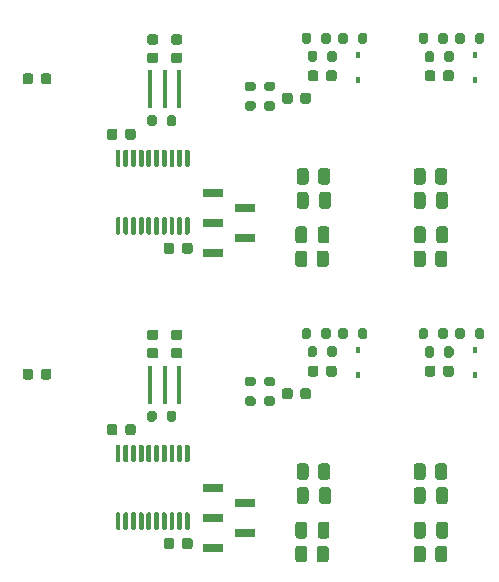
<source format=gbr>
%TF.GenerationSoftware,KiCad,Pcbnew,(5.1.10)-1*%
%TF.CreationDate,2022-01-17T18:44:23+07:00*%
%TF.ProjectId,Power_manager_v3_pnlz1x2,506f7765-725f-46d6-916e-616765725f76,rev?*%
%TF.SameCoordinates,Original*%
%TF.FileFunction,Paste,Top*%
%TF.FilePolarity,Positive*%
%FSLAX46Y46*%
G04 Gerber Fmt 4.6, Leading zero omitted, Abs format (unit mm)*
G04 Created by KiCad (PCBNEW (5.1.10)-1) date 2022-01-17 18:44:23*
%MOMM*%
%LPD*%
G01*
G04 APERTURE LIST*
%ADD10R,0.400000X3.200000*%
%ADD11R,1.800000X0.650000*%
%ADD12R,0.450000X0.600000*%
G04 APERTURE END LIST*
%TO.C,C5*%
G36*
G01*
X106408000Y-95098000D02*
X105908000Y-95098000D01*
G75*
G02*
X105683000Y-94873000I0J225000D01*
G01*
X105683000Y-94423000D01*
G75*
G02*
X105908000Y-94198000I225000J0D01*
G01*
X106408000Y-94198000D01*
G75*
G02*
X106633000Y-94423000I0J-225000D01*
G01*
X106633000Y-94873000D01*
G75*
G02*
X106408000Y-95098000I-225000J0D01*
G01*
G37*
G36*
G01*
X106408000Y-93548000D02*
X105908000Y-93548000D01*
G75*
G02*
X105683000Y-93323000I0J225000D01*
G01*
X105683000Y-92873000D01*
G75*
G02*
X105908000Y-92648000I225000J0D01*
G01*
X106408000Y-92648000D01*
G75*
G02*
X106633000Y-92873000I0J-225000D01*
G01*
X106633000Y-93323000D01*
G75*
G02*
X106408000Y-93548000I-225000J0D01*
G01*
G37*
%TD*%
%TO.C,R24*%
G36*
G01*
X105695000Y-100257000D02*
X105695000Y-99707000D01*
G75*
G02*
X105895000Y-99507000I200000J0D01*
G01*
X106295000Y-99507000D01*
G75*
G02*
X106495000Y-99707000I0J-200000D01*
G01*
X106495000Y-100257000D01*
G75*
G02*
X106295000Y-100457000I-200000J0D01*
G01*
X105895000Y-100457000D01*
G75*
G02*
X105695000Y-100257000I0J200000D01*
G01*
G37*
G36*
G01*
X107345000Y-100257000D02*
X107345000Y-99707000D01*
G75*
G02*
X107545000Y-99507000I200000J0D01*
G01*
X107945000Y-99507000D01*
G75*
G02*
X108145000Y-99707000I0J-200000D01*
G01*
X108145000Y-100257000D01*
G75*
G02*
X107945000Y-100457000I-200000J0D01*
G01*
X107545000Y-100457000D01*
G75*
G02*
X107345000Y-100257000I0J200000D01*
G01*
G37*
%TD*%
%TO.C,U5*%
G36*
G01*
X108987000Y-102409500D02*
X109187000Y-102409500D01*
G75*
G02*
X109287000Y-102509500I0J-100000D01*
G01*
X109287000Y-103784500D01*
G75*
G02*
X109187000Y-103884500I-100000J0D01*
G01*
X108987000Y-103884500D01*
G75*
G02*
X108887000Y-103784500I0J100000D01*
G01*
X108887000Y-102509500D01*
G75*
G02*
X108987000Y-102409500I100000J0D01*
G01*
G37*
G36*
G01*
X108337000Y-102409500D02*
X108537000Y-102409500D01*
G75*
G02*
X108637000Y-102509500I0J-100000D01*
G01*
X108637000Y-103784500D01*
G75*
G02*
X108537000Y-103884500I-100000J0D01*
G01*
X108337000Y-103884500D01*
G75*
G02*
X108237000Y-103784500I0J100000D01*
G01*
X108237000Y-102509500D01*
G75*
G02*
X108337000Y-102409500I100000J0D01*
G01*
G37*
G36*
G01*
X107687000Y-102409500D02*
X107887000Y-102409500D01*
G75*
G02*
X107987000Y-102509500I0J-100000D01*
G01*
X107987000Y-103784500D01*
G75*
G02*
X107887000Y-103884500I-100000J0D01*
G01*
X107687000Y-103884500D01*
G75*
G02*
X107587000Y-103784500I0J100000D01*
G01*
X107587000Y-102509500D01*
G75*
G02*
X107687000Y-102409500I100000J0D01*
G01*
G37*
G36*
G01*
X107037000Y-102409500D02*
X107237000Y-102409500D01*
G75*
G02*
X107337000Y-102509500I0J-100000D01*
G01*
X107337000Y-103784500D01*
G75*
G02*
X107237000Y-103884500I-100000J0D01*
G01*
X107037000Y-103884500D01*
G75*
G02*
X106937000Y-103784500I0J100000D01*
G01*
X106937000Y-102509500D01*
G75*
G02*
X107037000Y-102409500I100000J0D01*
G01*
G37*
G36*
G01*
X106387000Y-102409500D02*
X106587000Y-102409500D01*
G75*
G02*
X106687000Y-102509500I0J-100000D01*
G01*
X106687000Y-103784500D01*
G75*
G02*
X106587000Y-103884500I-100000J0D01*
G01*
X106387000Y-103884500D01*
G75*
G02*
X106287000Y-103784500I0J100000D01*
G01*
X106287000Y-102509500D01*
G75*
G02*
X106387000Y-102409500I100000J0D01*
G01*
G37*
G36*
G01*
X105737000Y-102409500D02*
X105937000Y-102409500D01*
G75*
G02*
X106037000Y-102509500I0J-100000D01*
G01*
X106037000Y-103784500D01*
G75*
G02*
X105937000Y-103884500I-100000J0D01*
G01*
X105737000Y-103884500D01*
G75*
G02*
X105637000Y-103784500I0J100000D01*
G01*
X105637000Y-102509500D01*
G75*
G02*
X105737000Y-102409500I100000J0D01*
G01*
G37*
G36*
G01*
X105087000Y-102409500D02*
X105287000Y-102409500D01*
G75*
G02*
X105387000Y-102509500I0J-100000D01*
G01*
X105387000Y-103784500D01*
G75*
G02*
X105287000Y-103884500I-100000J0D01*
G01*
X105087000Y-103884500D01*
G75*
G02*
X104987000Y-103784500I0J100000D01*
G01*
X104987000Y-102509500D01*
G75*
G02*
X105087000Y-102409500I100000J0D01*
G01*
G37*
G36*
G01*
X104437000Y-102409500D02*
X104637000Y-102409500D01*
G75*
G02*
X104737000Y-102509500I0J-100000D01*
G01*
X104737000Y-103784500D01*
G75*
G02*
X104637000Y-103884500I-100000J0D01*
G01*
X104437000Y-103884500D01*
G75*
G02*
X104337000Y-103784500I0J100000D01*
G01*
X104337000Y-102509500D01*
G75*
G02*
X104437000Y-102409500I100000J0D01*
G01*
G37*
G36*
G01*
X103787000Y-102409500D02*
X103987000Y-102409500D01*
G75*
G02*
X104087000Y-102509500I0J-100000D01*
G01*
X104087000Y-103784500D01*
G75*
G02*
X103987000Y-103884500I-100000J0D01*
G01*
X103787000Y-103884500D01*
G75*
G02*
X103687000Y-103784500I0J100000D01*
G01*
X103687000Y-102509500D01*
G75*
G02*
X103787000Y-102409500I100000J0D01*
G01*
G37*
G36*
G01*
X103137000Y-102409500D02*
X103337000Y-102409500D01*
G75*
G02*
X103437000Y-102509500I0J-100000D01*
G01*
X103437000Y-103784500D01*
G75*
G02*
X103337000Y-103884500I-100000J0D01*
G01*
X103137000Y-103884500D01*
G75*
G02*
X103037000Y-103784500I0J100000D01*
G01*
X103037000Y-102509500D01*
G75*
G02*
X103137000Y-102409500I100000J0D01*
G01*
G37*
G36*
G01*
X103137000Y-108134500D02*
X103337000Y-108134500D01*
G75*
G02*
X103437000Y-108234500I0J-100000D01*
G01*
X103437000Y-109509500D01*
G75*
G02*
X103337000Y-109609500I-100000J0D01*
G01*
X103137000Y-109609500D01*
G75*
G02*
X103037000Y-109509500I0J100000D01*
G01*
X103037000Y-108234500D01*
G75*
G02*
X103137000Y-108134500I100000J0D01*
G01*
G37*
G36*
G01*
X103787000Y-108134500D02*
X103987000Y-108134500D01*
G75*
G02*
X104087000Y-108234500I0J-100000D01*
G01*
X104087000Y-109509500D01*
G75*
G02*
X103987000Y-109609500I-100000J0D01*
G01*
X103787000Y-109609500D01*
G75*
G02*
X103687000Y-109509500I0J100000D01*
G01*
X103687000Y-108234500D01*
G75*
G02*
X103787000Y-108134500I100000J0D01*
G01*
G37*
G36*
G01*
X104437000Y-108134500D02*
X104637000Y-108134500D01*
G75*
G02*
X104737000Y-108234500I0J-100000D01*
G01*
X104737000Y-109509500D01*
G75*
G02*
X104637000Y-109609500I-100000J0D01*
G01*
X104437000Y-109609500D01*
G75*
G02*
X104337000Y-109509500I0J100000D01*
G01*
X104337000Y-108234500D01*
G75*
G02*
X104437000Y-108134500I100000J0D01*
G01*
G37*
G36*
G01*
X105087000Y-108134500D02*
X105287000Y-108134500D01*
G75*
G02*
X105387000Y-108234500I0J-100000D01*
G01*
X105387000Y-109509500D01*
G75*
G02*
X105287000Y-109609500I-100000J0D01*
G01*
X105087000Y-109609500D01*
G75*
G02*
X104987000Y-109509500I0J100000D01*
G01*
X104987000Y-108234500D01*
G75*
G02*
X105087000Y-108134500I100000J0D01*
G01*
G37*
G36*
G01*
X105737000Y-108134500D02*
X105937000Y-108134500D01*
G75*
G02*
X106037000Y-108234500I0J-100000D01*
G01*
X106037000Y-109509500D01*
G75*
G02*
X105937000Y-109609500I-100000J0D01*
G01*
X105737000Y-109609500D01*
G75*
G02*
X105637000Y-109509500I0J100000D01*
G01*
X105637000Y-108234500D01*
G75*
G02*
X105737000Y-108134500I100000J0D01*
G01*
G37*
G36*
G01*
X106387000Y-108134500D02*
X106587000Y-108134500D01*
G75*
G02*
X106687000Y-108234500I0J-100000D01*
G01*
X106687000Y-109509500D01*
G75*
G02*
X106587000Y-109609500I-100000J0D01*
G01*
X106387000Y-109609500D01*
G75*
G02*
X106287000Y-109509500I0J100000D01*
G01*
X106287000Y-108234500D01*
G75*
G02*
X106387000Y-108134500I100000J0D01*
G01*
G37*
G36*
G01*
X107037000Y-108134500D02*
X107237000Y-108134500D01*
G75*
G02*
X107337000Y-108234500I0J-100000D01*
G01*
X107337000Y-109509500D01*
G75*
G02*
X107237000Y-109609500I-100000J0D01*
G01*
X107037000Y-109609500D01*
G75*
G02*
X106937000Y-109509500I0J100000D01*
G01*
X106937000Y-108234500D01*
G75*
G02*
X107037000Y-108134500I100000J0D01*
G01*
G37*
G36*
G01*
X107687000Y-108134500D02*
X107887000Y-108134500D01*
G75*
G02*
X107987000Y-108234500I0J-100000D01*
G01*
X107987000Y-109509500D01*
G75*
G02*
X107887000Y-109609500I-100000J0D01*
G01*
X107687000Y-109609500D01*
G75*
G02*
X107587000Y-109509500I0J100000D01*
G01*
X107587000Y-108234500D01*
G75*
G02*
X107687000Y-108134500I100000J0D01*
G01*
G37*
G36*
G01*
X108337000Y-108134500D02*
X108537000Y-108134500D01*
G75*
G02*
X108637000Y-108234500I0J-100000D01*
G01*
X108637000Y-109509500D01*
G75*
G02*
X108537000Y-109609500I-100000J0D01*
G01*
X108337000Y-109609500D01*
G75*
G02*
X108237000Y-109509500I0J100000D01*
G01*
X108237000Y-108234500D01*
G75*
G02*
X108337000Y-108134500I100000J0D01*
G01*
G37*
G36*
G01*
X108987000Y-108134500D02*
X109187000Y-108134500D01*
G75*
G02*
X109287000Y-108234500I0J-100000D01*
G01*
X109287000Y-109509500D01*
G75*
G02*
X109187000Y-109609500I-100000J0D01*
G01*
X108987000Y-109609500D01*
G75*
G02*
X108887000Y-109509500I0J100000D01*
G01*
X108887000Y-108234500D01*
G75*
G02*
X108987000Y-108134500I100000J0D01*
G01*
G37*
%TD*%
D10*
%TO.C,Y1*%
X108374000Y-97315000D03*
X107174000Y-97315000D03*
X105974000Y-97315000D03*
%TD*%
%TO.C,C7*%
G36*
G01*
X117112000Y-98327000D02*
X117112000Y-97827000D01*
G75*
G02*
X117337000Y-97602000I225000J0D01*
G01*
X117787000Y-97602000D01*
G75*
G02*
X118012000Y-97827000I0J-225000D01*
G01*
X118012000Y-98327000D01*
G75*
G02*
X117787000Y-98552000I-225000J0D01*
G01*
X117337000Y-98552000D01*
G75*
G02*
X117112000Y-98327000I0J225000D01*
G01*
G37*
G36*
G01*
X118662000Y-98327000D02*
X118662000Y-97827000D01*
G75*
G02*
X118887000Y-97602000I225000J0D01*
G01*
X119337000Y-97602000D01*
G75*
G02*
X119562000Y-97827000I0J-225000D01*
G01*
X119562000Y-98327000D01*
G75*
G02*
X119337000Y-98552000I-225000J0D01*
G01*
X118887000Y-98552000D01*
G75*
G02*
X118662000Y-98327000I0J225000D01*
G01*
G37*
%TD*%
%TO.C,C15*%
G36*
G01*
X107092000Y-111027000D02*
X107092000Y-110527000D01*
G75*
G02*
X107317000Y-110302000I225000J0D01*
G01*
X107767000Y-110302000D01*
G75*
G02*
X107992000Y-110527000I0J-225000D01*
G01*
X107992000Y-111027000D01*
G75*
G02*
X107767000Y-111252000I-225000J0D01*
G01*
X107317000Y-111252000D01*
G75*
G02*
X107092000Y-111027000I0J225000D01*
G01*
G37*
G36*
G01*
X108642000Y-111027000D02*
X108642000Y-110527000D01*
G75*
G02*
X108867000Y-110302000I225000J0D01*
G01*
X109317000Y-110302000D01*
G75*
G02*
X109542000Y-110527000I0J-225000D01*
G01*
X109542000Y-111027000D01*
G75*
G02*
X109317000Y-111252000I-225000J0D01*
G01*
X108867000Y-111252000D01*
G75*
G02*
X108642000Y-111027000I0J225000D01*
G01*
G37*
%TD*%
%TO.C,R23*%
G36*
G01*
X114138000Y-96661000D02*
X114688000Y-96661000D01*
G75*
G02*
X114888000Y-96861000I0J-200000D01*
G01*
X114888000Y-97261000D01*
G75*
G02*
X114688000Y-97461000I-200000J0D01*
G01*
X114138000Y-97461000D01*
G75*
G02*
X113938000Y-97261000I0J200000D01*
G01*
X113938000Y-96861000D01*
G75*
G02*
X114138000Y-96661000I200000J0D01*
G01*
G37*
G36*
G01*
X114138000Y-98311000D02*
X114688000Y-98311000D01*
G75*
G02*
X114888000Y-98511000I0J-200000D01*
G01*
X114888000Y-98911000D01*
G75*
G02*
X114688000Y-99111000I-200000J0D01*
G01*
X114138000Y-99111000D01*
G75*
G02*
X113938000Y-98911000I0J200000D01*
G01*
X113938000Y-98511000D01*
G75*
G02*
X114138000Y-98311000I200000J0D01*
G01*
G37*
%TD*%
%TO.C,R25*%
G36*
G01*
X116339000Y-99112000D02*
X115789000Y-99112000D01*
G75*
G02*
X115589000Y-98912000I0J200000D01*
G01*
X115589000Y-98512000D01*
G75*
G02*
X115789000Y-98312000I200000J0D01*
G01*
X116339000Y-98312000D01*
G75*
G02*
X116539000Y-98512000I0J-200000D01*
G01*
X116539000Y-98912000D01*
G75*
G02*
X116339000Y-99112000I-200000J0D01*
G01*
G37*
G36*
G01*
X116339000Y-97462000D02*
X115789000Y-97462000D01*
G75*
G02*
X115589000Y-97262000I0J200000D01*
G01*
X115589000Y-96862000D01*
G75*
G02*
X115789000Y-96662000I200000J0D01*
G01*
X116339000Y-96662000D01*
G75*
G02*
X116539000Y-96862000I0J-200000D01*
G01*
X116539000Y-97262000D01*
G75*
G02*
X116339000Y-97462000I-200000J0D01*
G01*
G37*
%TD*%
%TO.C,C17*%
G36*
G01*
X102279000Y-101375000D02*
X102279000Y-100875000D01*
G75*
G02*
X102504000Y-100650000I225000J0D01*
G01*
X102954000Y-100650000D01*
G75*
G02*
X103179000Y-100875000I0J-225000D01*
G01*
X103179000Y-101375000D01*
G75*
G02*
X102954000Y-101600000I-225000J0D01*
G01*
X102504000Y-101600000D01*
G75*
G02*
X102279000Y-101375000I0J225000D01*
G01*
G37*
G36*
G01*
X103829000Y-101375000D02*
X103829000Y-100875000D01*
G75*
G02*
X104054000Y-100650000I225000J0D01*
G01*
X104504000Y-100650000D01*
G75*
G02*
X104729000Y-100875000I0J-225000D01*
G01*
X104729000Y-101375000D01*
G75*
G02*
X104504000Y-101600000I-225000J0D01*
G01*
X104054000Y-101600000D01*
G75*
G02*
X103829000Y-101375000I0J225000D01*
G01*
G37*
%TD*%
D11*
%TO.C,J5*%
X113938000Y-109888000D03*
X113938000Y-107348000D03*
X111238000Y-111158000D03*
X111238000Y-108618000D03*
X111238000Y-106078000D03*
%TD*%
%TO.C,C3*%
G36*
G01*
X97591000Y-96176000D02*
X97591000Y-96676000D01*
G75*
G02*
X97366000Y-96901000I-225000J0D01*
G01*
X96916000Y-96901000D01*
G75*
G02*
X96691000Y-96676000I0J225000D01*
G01*
X96691000Y-96176000D01*
G75*
G02*
X96916000Y-95951000I225000J0D01*
G01*
X97366000Y-95951000D01*
G75*
G02*
X97591000Y-96176000I0J-225000D01*
G01*
G37*
G36*
G01*
X96041000Y-96176000D02*
X96041000Y-96676000D01*
G75*
G02*
X95816000Y-96901000I-225000J0D01*
G01*
X95366000Y-96901000D01*
G75*
G02*
X95141000Y-96676000I0J225000D01*
G01*
X95141000Y-96176000D01*
G75*
G02*
X95366000Y-95951000I225000J0D01*
G01*
X95816000Y-95951000D01*
G75*
G02*
X96041000Y-96176000I0J-225000D01*
G01*
G37*
%TD*%
%TO.C,C1*%
G36*
G01*
X119297000Y-96422000D02*
X119297000Y-95922000D01*
G75*
G02*
X119522000Y-95697000I225000J0D01*
G01*
X119972000Y-95697000D01*
G75*
G02*
X120197000Y-95922000I0J-225000D01*
G01*
X120197000Y-96422000D01*
G75*
G02*
X119972000Y-96647000I-225000J0D01*
G01*
X119522000Y-96647000D01*
G75*
G02*
X119297000Y-96422000I0J225000D01*
G01*
G37*
G36*
G01*
X120847000Y-96422000D02*
X120847000Y-95922000D01*
G75*
G02*
X121072000Y-95697000I225000J0D01*
G01*
X121522000Y-95697000D01*
G75*
G02*
X121747000Y-95922000I0J-225000D01*
G01*
X121747000Y-96422000D01*
G75*
G02*
X121522000Y-96647000I-225000J0D01*
G01*
X121072000Y-96647000D01*
G75*
G02*
X120847000Y-96422000I0J225000D01*
G01*
G37*
%TD*%
%TO.C,C2*%
G36*
G01*
X129203000Y-96422000D02*
X129203000Y-95922000D01*
G75*
G02*
X129428000Y-95697000I225000J0D01*
G01*
X129878000Y-95697000D01*
G75*
G02*
X130103000Y-95922000I0J-225000D01*
G01*
X130103000Y-96422000D01*
G75*
G02*
X129878000Y-96647000I-225000J0D01*
G01*
X129428000Y-96647000D01*
G75*
G02*
X129203000Y-96422000I0J225000D01*
G01*
G37*
G36*
G01*
X130753000Y-96422000D02*
X130753000Y-95922000D01*
G75*
G02*
X130978000Y-95697000I225000J0D01*
G01*
X131428000Y-95697000D01*
G75*
G02*
X131653000Y-95922000I0J-225000D01*
G01*
X131653000Y-96422000D01*
G75*
G02*
X131428000Y-96647000I-225000J0D01*
G01*
X130978000Y-96647000D01*
G75*
G02*
X130753000Y-96422000I0J225000D01*
G01*
G37*
%TD*%
D12*
%TO.C,D3*%
X123557000Y-96494000D03*
X123557000Y-94394000D03*
%TD*%
%TO.C,D4*%
X133463000Y-96494000D03*
X133463000Y-94394000D03*
%TD*%
%TO.C,R1*%
G36*
G01*
X121225500Y-92722000D02*
X121225500Y-93272000D01*
G75*
G02*
X121025500Y-93472000I-200000J0D01*
G01*
X120625500Y-93472000D01*
G75*
G02*
X120425500Y-93272000I0J200000D01*
G01*
X120425500Y-92722000D01*
G75*
G02*
X120625500Y-92522000I200000J0D01*
G01*
X121025500Y-92522000D01*
G75*
G02*
X121225500Y-92722000I0J-200000D01*
G01*
G37*
G36*
G01*
X119575500Y-92722000D02*
X119575500Y-93272000D01*
G75*
G02*
X119375500Y-93472000I-200000J0D01*
G01*
X118975500Y-93472000D01*
G75*
G02*
X118775500Y-93272000I0J200000D01*
G01*
X118775500Y-92722000D01*
G75*
G02*
X118975500Y-92522000I200000J0D01*
G01*
X119375500Y-92522000D01*
G75*
G02*
X119575500Y-92722000I0J-200000D01*
G01*
G37*
%TD*%
%TO.C,R2*%
G36*
G01*
X131131500Y-92722000D02*
X131131500Y-93272000D01*
G75*
G02*
X130931500Y-93472000I-200000J0D01*
G01*
X130531500Y-93472000D01*
G75*
G02*
X130331500Y-93272000I0J200000D01*
G01*
X130331500Y-92722000D01*
G75*
G02*
X130531500Y-92522000I200000J0D01*
G01*
X130931500Y-92522000D01*
G75*
G02*
X131131500Y-92722000I0J-200000D01*
G01*
G37*
G36*
G01*
X129481500Y-92722000D02*
X129481500Y-93272000D01*
G75*
G02*
X129281500Y-93472000I-200000J0D01*
G01*
X128881500Y-93472000D01*
G75*
G02*
X128681500Y-93272000I0J200000D01*
G01*
X128681500Y-92722000D01*
G75*
G02*
X128881500Y-92522000I200000J0D01*
G01*
X129281500Y-92522000D01*
G75*
G02*
X129481500Y-92722000I0J-200000D01*
G01*
G37*
%TD*%
%TO.C,R5*%
G36*
G01*
X121887000Y-93272000D02*
X121887000Y-92722000D01*
G75*
G02*
X122087000Y-92522000I200000J0D01*
G01*
X122487000Y-92522000D01*
G75*
G02*
X122687000Y-92722000I0J-200000D01*
G01*
X122687000Y-93272000D01*
G75*
G02*
X122487000Y-93472000I-200000J0D01*
G01*
X122087000Y-93472000D01*
G75*
G02*
X121887000Y-93272000I0J200000D01*
G01*
G37*
G36*
G01*
X123537000Y-93272000D02*
X123537000Y-92722000D01*
G75*
G02*
X123737000Y-92522000I200000J0D01*
G01*
X124137000Y-92522000D01*
G75*
G02*
X124337000Y-92722000I0J-200000D01*
G01*
X124337000Y-93272000D01*
G75*
G02*
X124137000Y-93472000I-200000J0D01*
G01*
X123737000Y-93472000D01*
G75*
G02*
X123537000Y-93272000I0J200000D01*
G01*
G37*
%TD*%
%TO.C,C4*%
G36*
G01*
X108440000Y-95098000D02*
X107940000Y-95098000D01*
G75*
G02*
X107715000Y-94873000I0J225000D01*
G01*
X107715000Y-94423000D01*
G75*
G02*
X107940000Y-94198000I225000J0D01*
G01*
X108440000Y-94198000D01*
G75*
G02*
X108665000Y-94423000I0J-225000D01*
G01*
X108665000Y-94873000D01*
G75*
G02*
X108440000Y-95098000I-225000J0D01*
G01*
G37*
G36*
G01*
X108440000Y-93548000D02*
X107940000Y-93548000D01*
G75*
G02*
X107715000Y-93323000I0J225000D01*
G01*
X107715000Y-92873000D01*
G75*
G02*
X107940000Y-92648000I225000J0D01*
G01*
X108440000Y-92648000D01*
G75*
G02*
X108665000Y-92873000I0J-225000D01*
G01*
X108665000Y-93323000D01*
G75*
G02*
X108440000Y-93548000I-225000J0D01*
G01*
G37*
%TD*%
%TO.C,R6*%
G36*
G01*
X121733500Y-94246000D02*
X121733500Y-94796000D01*
G75*
G02*
X121533500Y-94996000I-200000J0D01*
G01*
X121133500Y-94996000D01*
G75*
G02*
X120933500Y-94796000I0J200000D01*
G01*
X120933500Y-94246000D01*
G75*
G02*
X121133500Y-94046000I200000J0D01*
G01*
X121533500Y-94046000D01*
G75*
G02*
X121733500Y-94246000I0J-200000D01*
G01*
G37*
G36*
G01*
X120083500Y-94246000D02*
X120083500Y-94796000D01*
G75*
G02*
X119883500Y-94996000I-200000J0D01*
G01*
X119483500Y-94996000D01*
G75*
G02*
X119283500Y-94796000I0J200000D01*
G01*
X119283500Y-94246000D01*
G75*
G02*
X119483500Y-94046000I200000J0D01*
G01*
X119883500Y-94046000D01*
G75*
G02*
X120083500Y-94246000I0J-200000D01*
G01*
G37*
%TD*%
%TO.C,R8*%
G36*
G01*
X131793000Y-93272000D02*
X131793000Y-92722000D01*
G75*
G02*
X131993000Y-92522000I200000J0D01*
G01*
X132393000Y-92522000D01*
G75*
G02*
X132593000Y-92722000I0J-200000D01*
G01*
X132593000Y-93272000D01*
G75*
G02*
X132393000Y-93472000I-200000J0D01*
G01*
X131993000Y-93472000D01*
G75*
G02*
X131793000Y-93272000I0J200000D01*
G01*
G37*
G36*
G01*
X133443000Y-93272000D02*
X133443000Y-92722000D01*
G75*
G02*
X133643000Y-92522000I200000J0D01*
G01*
X134043000Y-92522000D01*
G75*
G02*
X134243000Y-92722000I0J-200000D01*
G01*
X134243000Y-93272000D01*
G75*
G02*
X134043000Y-93472000I-200000J0D01*
G01*
X133643000Y-93472000D01*
G75*
G02*
X133443000Y-93272000I0J200000D01*
G01*
G37*
%TD*%
%TO.C,R9*%
G36*
G01*
X131639500Y-94284100D02*
X131639500Y-94834100D01*
G75*
G02*
X131439500Y-95034100I-200000J0D01*
G01*
X131039500Y-95034100D01*
G75*
G02*
X130839500Y-94834100I0J200000D01*
G01*
X130839500Y-94284100D01*
G75*
G02*
X131039500Y-94084100I200000J0D01*
G01*
X131439500Y-94084100D01*
G75*
G02*
X131639500Y-94284100I0J-200000D01*
G01*
G37*
G36*
G01*
X129989500Y-94284100D02*
X129989500Y-94834100D01*
G75*
G02*
X129789500Y-95034100I-200000J0D01*
G01*
X129389500Y-95034100D01*
G75*
G02*
X129189500Y-94834100I0J200000D01*
G01*
X129189500Y-94284100D01*
G75*
G02*
X129389500Y-94084100I200000J0D01*
G01*
X129789500Y-94084100D01*
G75*
G02*
X129989500Y-94284100I0J-200000D01*
G01*
G37*
%TD*%
%TO.C,C9*%
G36*
G01*
X121131000Y-109159000D02*
X121131000Y-110109000D01*
G75*
G02*
X120881000Y-110359000I-250000J0D01*
G01*
X120381000Y-110359000D01*
G75*
G02*
X120131000Y-110109000I0J250000D01*
G01*
X120131000Y-109159000D01*
G75*
G02*
X120381000Y-108909000I250000J0D01*
G01*
X120881000Y-108909000D01*
G75*
G02*
X121131000Y-109159000I0J-250000D01*
G01*
G37*
G36*
G01*
X119231000Y-109159000D02*
X119231000Y-110109000D01*
G75*
G02*
X118981000Y-110359000I-250000J0D01*
G01*
X118481000Y-110359000D01*
G75*
G02*
X118231000Y-110109000I0J250000D01*
G01*
X118231000Y-109159000D01*
G75*
G02*
X118481000Y-108909000I250000J0D01*
G01*
X118981000Y-108909000D01*
G75*
G02*
X119231000Y-109159000I0J-250000D01*
G01*
G37*
%TD*%
%TO.C,C10*%
G36*
G01*
X118363000Y-107188000D02*
X118363000Y-106238000D01*
G75*
G02*
X118613000Y-105988000I250000J0D01*
G01*
X119113000Y-105988000D01*
G75*
G02*
X119363000Y-106238000I0J-250000D01*
G01*
X119363000Y-107188000D01*
G75*
G02*
X119113000Y-107438000I-250000J0D01*
G01*
X118613000Y-107438000D01*
G75*
G02*
X118363000Y-107188000I0J250000D01*
G01*
G37*
G36*
G01*
X120263000Y-107188000D02*
X120263000Y-106238000D01*
G75*
G02*
X120513000Y-105988000I250000J0D01*
G01*
X121013000Y-105988000D01*
G75*
G02*
X121263000Y-106238000I0J-250000D01*
G01*
X121263000Y-107188000D01*
G75*
G02*
X121013000Y-107438000I-250000J0D01*
G01*
X120513000Y-107438000D01*
G75*
G02*
X120263000Y-107188000I0J250000D01*
G01*
G37*
%TD*%
%TO.C,C11*%
G36*
G01*
X131169000Y-109159000D02*
X131169000Y-110109000D01*
G75*
G02*
X130919000Y-110359000I-250000J0D01*
G01*
X130419000Y-110359000D01*
G75*
G02*
X130169000Y-110109000I0J250000D01*
G01*
X130169000Y-109159000D01*
G75*
G02*
X130419000Y-108909000I250000J0D01*
G01*
X130919000Y-108909000D01*
G75*
G02*
X131169000Y-109159000I0J-250000D01*
G01*
G37*
G36*
G01*
X129269000Y-109159000D02*
X129269000Y-110109000D01*
G75*
G02*
X129019000Y-110359000I-250000J0D01*
G01*
X128519000Y-110359000D01*
G75*
G02*
X128269000Y-110109000I0J250000D01*
G01*
X128269000Y-109159000D01*
G75*
G02*
X128519000Y-108909000I250000J0D01*
G01*
X129019000Y-108909000D01*
G75*
G02*
X129269000Y-109159000I0J-250000D01*
G01*
G37*
%TD*%
%TO.C,C12*%
G36*
G01*
X128264000Y-107188000D02*
X128264000Y-106238000D01*
G75*
G02*
X128514000Y-105988000I250000J0D01*
G01*
X129014000Y-105988000D01*
G75*
G02*
X129264000Y-106238000I0J-250000D01*
G01*
X129264000Y-107188000D01*
G75*
G02*
X129014000Y-107438000I-250000J0D01*
G01*
X128514000Y-107438000D01*
G75*
G02*
X128264000Y-107188000I0J250000D01*
G01*
G37*
G36*
G01*
X130164000Y-107188000D02*
X130164000Y-106238000D01*
G75*
G02*
X130414000Y-105988000I250000J0D01*
G01*
X130914000Y-105988000D01*
G75*
G02*
X131164000Y-106238000I0J-250000D01*
G01*
X131164000Y-107188000D01*
G75*
G02*
X130914000Y-107438000I-250000J0D01*
G01*
X130414000Y-107438000D01*
G75*
G02*
X130164000Y-107188000I0J250000D01*
G01*
G37*
%TD*%
%TO.C,R21*%
G36*
G01*
X131101500Y-104230999D02*
X131101500Y-105131001D01*
G75*
G02*
X130851501Y-105381000I-249999J0D01*
G01*
X130326499Y-105381000D01*
G75*
G02*
X130076500Y-105131001I0J249999D01*
G01*
X130076500Y-104230999D01*
G75*
G02*
X130326499Y-103981000I249999J0D01*
G01*
X130851501Y-103981000D01*
G75*
G02*
X131101500Y-104230999I0J-249999D01*
G01*
G37*
G36*
G01*
X129276500Y-104230999D02*
X129276500Y-105131001D01*
G75*
G02*
X129026501Y-105381000I-249999J0D01*
G01*
X128501499Y-105381000D01*
G75*
G02*
X128251500Y-105131001I0J249999D01*
G01*
X128251500Y-104230999D01*
G75*
G02*
X128501499Y-103981000I249999J0D01*
G01*
X129026501Y-103981000D01*
G75*
G02*
X129276500Y-104230999I0J-249999D01*
G01*
G37*
%TD*%
%TO.C,R18*%
G36*
G01*
X121068500Y-111215999D02*
X121068500Y-112116001D01*
G75*
G02*
X120818501Y-112366000I-249999J0D01*
G01*
X120293499Y-112366000D01*
G75*
G02*
X120043500Y-112116001I0J249999D01*
G01*
X120043500Y-111215999D01*
G75*
G02*
X120293499Y-110966000I249999J0D01*
G01*
X120818501Y-110966000D01*
G75*
G02*
X121068500Y-111215999I0J-249999D01*
G01*
G37*
G36*
G01*
X119243500Y-111215999D02*
X119243500Y-112116001D01*
G75*
G02*
X118993501Y-112366000I-249999J0D01*
G01*
X118468499Y-112366000D01*
G75*
G02*
X118218500Y-112116001I0J249999D01*
G01*
X118218500Y-111215999D01*
G75*
G02*
X118468499Y-110966000I249999J0D01*
G01*
X118993501Y-110966000D01*
G75*
G02*
X119243500Y-111215999I0J-249999D01*
G01*
G37*
%TD*%
%TO.C,R19*%
G36*
G01*
X121195500Y-104230999D02*
X121195500Y-105131001D01*
G75*
G02*
X120945501Y-105381000I-249999J0D01*
G01*
X120420499Y-105381000D01*
G75*
G02*
X120170500Y-105131001I0J249999D01*
G01*
X120170500Y-104230999D01*
G75*
G02*
X120420499Y-103981000I249999J0D01*
G01*
X120945501Y-103981000D01*
G75*
G02*
X121195500Y-104230999I0J-249999D01*
G01*
G37*
G36*
G01*
X119370500Y-104230999D02*
X119370500Y-105131001D01*
G75*
G02*
X119120501Y-105381000I-249999J0D01*
G01*
X118595499Y-105381000D01*
G75*
G02*
X118345500Y-105131001I0J249999D01*
G01*
X118345500Y-104230999D01*
G75*
G02*
X118595499Y-103981000I249999J0D01*
G01*
X119120501Y-103981000D01*
G75*
G02*
X119370500Y-104230999I0J-249999D01*
G01*
G37*
%TD*%
%TO.C,R20*%
G36*
G01*
X129276500Y-111215999D02*
X129276500Y-112116001D01*
G75*
G02*
X129026501Y-112366000I-249999J0D01*
G01*
X128501499Y-112366000D01*
G75*
G02*
X128251500Y-112116001I0J249999D01*
G01*
X128251500Y-111215999D01*
G75*
G02*
X128501499Y-110966000I249999J0D01*
G01*
X129026501Y-110966000D01*
G75*
G02*
X129276500Y-111215999I0J-249999D01*
G01*
G37*
G36*
G01*
X131101500Y-111215999D02*
X131101500Y-112116001D01*
G75*
G02*
X130851501Y-112366000I-249999J0D01*
G01*
X130326499Y-112366000D01*
G75*
G02*
X130076500Y-112116001I0J249999D01*
G01*
X130076500Y-111215999D01*
G75*
G02*
X130326499Y-110966000I249999J0D01*
G01*
X130851501Y-110966000D01*
G75*
G02*
X131101500Y-111215999I0J-249999D01*
G01*
G37*
%TD*%
D11*
%TO.C,J5*%
X111238000Y-81078000D03*
X111238000Y-83618000D03*
X111238000Y-86158000D03*
X113938000Y-82348000D03*
X113938000Y-84888000D03*
%TD*%
%TO.C,C17*%
G36*
G01*
X103829000Y-76375000D02*
X103829000Y-75875000D01*
G75*
G02*
X104054000Y-75650000I225000J0D01*
G01*
X104504000Y-75650000D01*
G75*
G02*
X104729000Y-75875000I0J-225000D01*
G01*
X104729000Y-76375000D01*
G75*
G02*
X104504000Y-76600000I-225000J0D01*
G01*
X104054000Y-76600000D01*
G75*
G02*
X103829000Y-76375000I0J225000D01*
G01*
G37*
G36*
G01*
X102279000Y-76375000D02*
X102279000Y-75875000D01*
G75*
G02*
X102504000Y-75650000I225000J0D01*
G01*
X102954000Y-75650000D01*
G75*
G02*
X103179000Y-75875000I0J-225000D01*
G01*
X103179000Y-76375000D01*
G75*
G02*
X102954000Y-76600000I-225000J0D01*
G01*
X102504000Y-76600000D01*
G75*
G02*
X102279000Y-76375000I0J225000D01*
G01*
G37*
%TD*%
%TO.C,R25*%
G36*
G01*
X116339000Y-72462000D02*
X115789000Y-72462000D01*
G75*
G02*
X115589000Y-72262000I0J200000D01*
G01*
X115589000Y-71862000D01*
G75*
G02*
X115789000Y-71662000I200000J0D01*
G01*
X116339000Y-71662000D01*
G75*
G02*
X116539000Y-71862000I0J-200000D01*
G01*
X116539000Y-72262000D01*
G75*
G02*
X116339000Y-72462000I-200000J0D01*
G01*
G37*
G36*
G01*
X116339000Y-74112000D02*
X115789000Y-74112000D01*
G75*
G02*
X115589000Y-73912000I0J200000D01*
G01*
X115589000Y-73512000D01*
G75*
G02*
X115789000Y-73312000I200000J0D01*
G01*
X116339000Y-73312000D01*
G75*
G02*
X116539000Y-73512000I0J-200000D01*
G01*
X116539000Y-73912000D01*
G75*
G02*
X116339000Y-74112000I-200000J0D01*
G01*
G37*
%TD*%
%TO.C,R23*%
G36*
G01*
X114138000Y-73311000D02*
X114688000Y-73311000D01*
G75*
G02*
X114888000Y-73511000I0J-200000D01*
G01*
X114888000Y-73911000D01*
G75*
G02*
X114688000Y-74111000I-200000J0D01*
G01*
X114138000Y-74111000D01*
G75*
G02*
X113938000Y-73911000I0J200000D01*
G01*
X113938000Y-73511000D01*
G75*
G02*
X114138000Y-73311000I200000J0D01*
G01*
G37*
G36*
G01*
X114138000Y-71661000D02*
X114688000Y-71661000D01*
G75*
G02*
X114888000Y-71861000I0J-200000D01*
G01*
X114888000Y-72261000D01*
G75*
G02*
X114688000Y-72461000I-200000J0D01*
G01*
X114138000Y-72461000D01*
G75*
G02*
X113938000Y-72261000I0J200000D01*
G01*
X113938000Y-71861000D01*
G75*
G02*
X114138000Y-71661000I200000J0D01*
G01*
G37*
%TD*%
%TO.C,C15*%
G36*
G01*
X108642000Y-86027000D02*
X108642000Y-85527000D01*
G75*
G02*
X108867000Y-85302000I225000J0D01*
G01*
X109317000Y-85302000D01*
G75*
G02*
X109542000Y-85527000I0J-225000D01*
G01*
X109542000Y-86027000D01*
G75*
G02*
X109317000Y-86252000I-225000J0D01*
G01*
X108867000Y-86252000D01*
G75*
G02*
X108642000Y-86027000I0J225000D01*
G01*
G37*
G36*
G01*
X107092000Y-86027000D02*
X107092000Y-85527000D01*
G75*
G02*
X107317000Y-85302000I225000J0D01*
G01*
X107767000Y-85302000D01*
G75*
G02*
X107992000Y-85527000I0J-225000D01*
G01*
X107992000Y-86027000D01*
G75*
G02*
X107767000Y-86252000I-225000J0D01*
G01*
X107317000Y-86252000D01*
G75*
G02*
X107092000Y-86027000I0J225000D01*
G01*
G37*
%TD*%
%TO.C,C7*%
G36*
G01*
X118662000Y-73327000D02*
X118662000Y-72827000D01*
G75*
G02*
X118887000Y-72602000I225000J0D01*
G01*
X119337000Y-72602000D01*
G75*
G02*
X119562000Y-72827000I0J-225000D01*
G01*
X119562000Y-73327000D01*
G75*
G02*
X119337000Y-73552000I-225000J0D01*
G01*
X118887000Y-73552000D01*
G75*
G02*
X118662000Y-73327000I0J225000D01*
G01*
G37*
G36*
G01*
X117112000Y-73327000D02*
X117112000Y-72827000D01*
G75*
G02*
X117337000Y-72602000I225000J0D01*
G01*
X117787000Y-72602000D01*
G75*
G02*
X118012000Y-72827000I0J-225000D01*
G01*
X118012000Y-73327000D01*
G75*
G02*
X117787000Y-73552000I-225000J0D01*
G01*
X117337000Y-73552000D01*
G75*
G02*
X117112000Y-73327000I0J225000D01*
G01*
G37*
%TD*%
D10*
%TO.C,Y1*%
X105974000Y-72315000D03*
X107174000Y-72315000D03*
X108374000Y-72315000D03*
%TD*%
%TO.C,U5*%
G36*
G01*
X108987000Y-83134500D02*
X109187000Y-83134500D01*
G75*
G02*
X109287000Y-83234500I0J-100000D01*
G01*
X109287000Y-84509500D01*
G75*
G02*
X109187000Y-84609500I-100000J0D01*
G01*
X108987000Y-84609500D01*
G75*
G02*
X108887000Y-84509500I0J100000D01*
G01*
X108887000Y-83234500D01*
G75*
G02*
X108987000Y-83134500I100000J0D01*
G01*
G37*
G36*
G01*
X108337000Y-83134500D02*
X108537000Y-83134500D01*
G75*
G02*
X108637000Y-83234500I0J-100000D01*
G01*
X108637000Y-84509500D01*
G75*
G02*
X108537000Y-84609500I-100000J0D01*
G01*
X108337000Y-84609500D01*
G75*
G02*
X108237000Y-84509500I0J100000D01*
G01*
X108237000Y-83234500D01*
G75*
G02*
X108337000Y-83134500I100000J0D01*
G01*
G37*
G36*
G01*
X107687000Y-83134500D02*
X107887000Y-83134500D01*
G75*
G02*
X107987000Y-83234500I0J-100000D01*
G01*
X107987000Y-84509500D01*
G75*
G02*
X107887000Y-84609500I-100000J0D01*
G01*
X107687000Y-84609500D01*
G75*
G02*
X107587000Y-84509500I0J100000D01*
G01*
X107587000Y-83234500D01*
G75*
G02*
X107687000Y-83134500I100000J0D01*
G01*
G37*
G36*
G01*
X107037000Y-83134500D02*
X107237000Y-83134500D01*
G75*
G02*
X107337000Y-83234500I0J-100000D01*
G01*
X107337000Y-84509500D01*
G75*
G02*
X107237000Y-84609500I-100000J0D01*
G01*
X107037000Y-84609500D01*
G75*
G02*
X106937000Y-84509500I0J100000D01*
G01*
X106937000Y-83234500D01*
G75*
G02*
X107037000Y-83134500I100000J0D01*
G01*
G37*
G36*
G01*
X106387000Y-83134500D02*
X106587000Y-83134500D01*
G75*
G02*
X106687000Y-83234500I0J-100000D01*
G01*
X106687000Y-84509500D01*
G75*
G02*
X106587000Y-84609500I-100000J0D01*
G01*
X106387000Y-84609500D01*
G75*
G02*
X106287000Y-84509500I0J100000D01*
G01*
X106287000Y-83234500D01*
G75*
G02*
X106387000Y-83134500I100000J0D01*
G01*
G37*
G36*
G01*
X105737000Y-83134500D02*
X105937000Y-83134500D01*
G75*
G02*
X106037000Y-83234500I0J-100000D01*
G01*
X106037000Y-84509500D01*
G75*
G02*
X105937000Y-84609500I-100000J0D01*
G01*
X105737000Y-84609500D01*
G75*
G02*
X105637000Y-84509500I0J100000D01*
G01*
X105637000Y-83234500D01*
G75*
G02*
X105737000Y-83134500I100000J0D01*
G01*
G37*
G36*
G01*
X105087000Y-83134500D02*
X105287000Y-83134500D01*
G75*
G02*
X105387000Y-83234500I0J-100000D01*
G01*
X105387000Y-84509500D01*
G75*
G02*
X105287000Y-84609500I-100000J0D01*
G01*
X105087000Y-84609500D01*
G75*
G02*
X104987000Y-84509500I0J100000D01*
G01*
X104987000Y-83234500D01*
G75*
G02*
X105087000Y-83134500I100000J0D01*
G01*
G37*
G36*
G01*
X104437000Y-83134500D02*
X104637000Y-83134500D01*
G75*
G02*
X104737000Y-83234500I0J-100000D01*
G01*
X104737000Y-84509500D01*
G75*
G02*
X104637000Y-84609500I-100000J0D01*
G01*
X104437000Y-84609500D01*
G75*
G02*
X104337000Y-84509500I0J100000D01*
G01*
X104337000Y-83234500D01*
G75*
G02*
X104437000Y-83134500I100000J0D01*
G01*
G37*
G36*
G01*
X103787000Y-83134500D02*
X103987000Y-83134500D01*
G75*
G02*
X104087000Y-83234500I0J-100000D01*
G01*
X104087000Y-84509500D01*
G75*
G02*
X103987000Y-84609500I-100000J0D01*
G01*
X103787000Y-84609500D01*
G75*
G02*
X103687000Y-84509500I0J100000D01*
G01*
X103687000Y-83234500D01*
G75*
G02*
X103787000Y-83134500I100000J0D01*
G01*
G37*
G36*
G01*
X103137000Y-83134500D02*
X103337000Y-83134500D01*
G75*
G02*
X103437000Y-83234500I0J-100000D01*
G01*
X103437000Y-84509500D01*
G75*
G02*
X103337000Y-84609500I-100000J0D01*
G01*
X103137000Y-84609500D01*
G75*
G02*
X103037000Y-84509500I0J100000D01*
G01*
X103037000Y-83234500D01*
G75*
G02*
X103137000Y-83134500I100000J0D01*
G01*
G37*
G36*
G01*
X103137000Y-77409500D02*
X103337000Y-77409500D01*
G75*
G02*
X103437000Y-77509500I0J-100000D01*
G01*
X103437000Y-78784500D01*
G75*
G02*
X103337000Y-78884500I-100000J0D01*
G01*
X103137000Y-78884500D01*
G75*
G02*
X103037000Y-78784500I0J100000D01*
G01*
X103037000Y-77509500D01*
G75*
G02*
X103137000Y-77409500I100000J0D01*
G01*
G37*
G36*
G01*
X103787000Y-77409500D02*
X103987000Y-77409500D01*
G75*
G02*
X104087000Y-77509500I0J-100000D01*
G01*
X104087000Y-78784500D01*
G75*
G02*
X103987000Y-78884500I-100000J0D01*
G01*
X103787000Y-78884500D01*
G75*
G02*
X103687000Y-78784500I0J100000D01*
G01*
X103687000Y-77509500D01*
G75*
G02*
X103787000Y-77409500I100000J0D01*
G01*
G37*
G36*
G01*
X104437000Y-77409500D02*
X104637000Y-77409500D01*
G75*
G02*
X104737000Y-77509500I0J-100000D01*
G01*
X104737000Y-78784500D01*
G75*
G02*
X104637000Y-78884500I-100000J0D01*
G01*
X104437000Y-78884500D01*
G75*
G02*
X104337000Y-78784500I0J100000D01*
G01*
X104337000Y-77509500D01*
G75*
G02*
X104437000Y-77409500I100000J0D01*
G01*
G37*
G36*
G01*
X105087000Y-77409500D02*
X105287000Y-77409500D01*
G75*
G02*
X105387000Y-77509500I0J-100000D01*
G01*
X105387000Y-78784500D01*
G75*
G02*
X105287000Y-78884500I-100000J0D01*
G01*
X105087000Y-78884500D01*
G75*
G02*
X104987000Y-78784500I0J100000D01*
G01*
X104987000Y-77509500D01*
G75*
G02*
X105087000Y-77409500I100000J0D01*
G01*
G37*
G36*
G01*
X105737000Y-77409500D02*
X105937000Y-77409500D01*
G75*
G02*
X106037000Y-77509500I0J-100000D01*
G01*
X106037000Y-78784500D01*
G75*
G02*
X105937000Y-78884500I-100000J0D01*
G01*
X105737000Y-78884500D01*
G75*
G02*
X105637000Y-78784500I0J100000D01*
G01*
X105637000Y-77509500D01*
G75*
G02*
X105737000Y-77409500I100000J0D01*
G01*
G37*
G36*
G01*
X106387000Y-77409500D02*
X106587000Y-77409500D01*
G75*
G02*
X106687000Y-77509500I0J-100000D01*
G01*
X106687000Y-78784500D01*
G75*
G02*
X106587000Y-78884500I-100000J0D01*
G01*
X106387000Y-78884500D01*
G75*
G02*
X106287000Y-78784500I0J100000D01*
G01*
X106287000Y-77509500D01*
G75*
G02*
X106387000Y-77409500I100000J0D01*
G01*
G37*
G36*
G01*
X107037000Y-77409500D02*
X107237000Y-77409500D01*
G75*
G02*
X107337000Y-77509500I0J-100000D01*
G01*
X107337000Y-78784500D01*
G75*
G02*
X107237000Y-78884500I-100000J0D01*
G01*
X107037000Y-78884500D01*
G75*
G02*
X106937000Y-78784500I0J100000D01*
G01*
X106937000Y-77509500D01*
G75*
G02*
X107037000Y-77409500I100000J0D01*
G01*
G37*
G36*
G01*
X107687000Y-77409500D02*
X107887000Y-77409500D01*
G75*
G02*
X107987000Y-77509500I0J-100000D01*
G01*
X107987000Y-78784500D01*
G75*
G02*
X107887000Y-78884500I-100000J0D01*
G01*
X107687000Y-78884500D01*
G75*
G02*
X107587000Y-78784500I0J100000D01*
G01*
X107587000Y-77509500D01*
G75*
G02*
X107687000Y-77409500I100000J0D01*
G01*
G37*
G36*
G01*
X108337000Y-77409500D02*
X108537000Y-77409500D01*
G75*
G02*
X108637000Y-77509500I0J-100000D01*
G01*
X108637000Y-78784500D01*
G75*
G02*
X108537000Y-78884500I-100000J0D01*
G01*
X108337000Y-78884500D01*
G75*
G02*
X108237000Y-78784500I0J100000D01*
G01*
X108237000Y-77509500D01*
G75*
G02*
X108337000Y-77409500I100000J0D01*
G01*
G37*
G36*
G01*
X108987000Y-77409500D02*
X109187000Y-77409500D01*
G75*
G02*
X109287000Y-77509500I0J-100000D01*
G01*
X109287000Y-78784500D01*
G75*
G02*
X109187000Y-78884500I-100000J0D01*
G01*
X108987000Y-78884500D01*
G75*
G02*
X108887000Y-78784500I0J100000D01*
G01*
X108887000Y-77509500D01*
G75*
G02*
X108987000Y-77409500I100000J0D01*
G01*
G37*
%TD*%
%TO.C,R24*%
G36*
G01*
X107345000Y-75257000D02*
X107345000Y-74707000D01*
G75*
G02*
X107545000Y-74507000I200000J0D01*
G01*
X107945000Y-74507000D01*
G75*
G02*
X108145000Y-74707000I0J-200000D01*
G01*
X108145000Y-75257000D01*
G75*
G02*
X107945000Y-75457000I-200000J0D01*
G01*
X107545000Y-75457000D01*
G75*
G02*
X107345000Y-75257000I0J200000D01*
G01*
G37*
G36*
G01*
X105695000Y-75257000D02*
X105695000Y-74707000D01*
G75*
G02*
X105895000Y-74507000I200000J0D01*
G01*
X106295000Y-74507000D01*
G75*
G02*
X106495000Y-74707000I0J-200000D01*
G01*
X106495000Y-75257000D01*
G75*
G02*
X106295000Y-75457000I-200000J0D01*
G01*
X105895000Y-75457000D01*
G75*
G02*
X105695000Y-75257000I0J200000D01*
G01*
G37*
%TD*%
%TO.C,C5*%
G36*
G01*
X106408000Y-68548000D02*
X105908000Y-68548000D01*
G75*
G02*
X105683000Y-68323000I0J225000D01*
G01*
X105683000Y-67873000D01*
G75*
G02*
X105908000Y-67648000I225000J0D01*
G01*
X106408000Y-67648000D01*
G75*
G02*
X106633000Y-67873000I0J-225000D01*
G01*
X106633000Y-68323000D01*
G75*
G02*
X106408000Y-68548000I-225000J0D01*
G01*
G37*
G36*
G01*
X106408000Y-70098000D02*
X105908000Y-70098000D01*
G75*
G02*
X105683000Y-69873000I0J225000D01*
G01*
X105683000Y-69423000D01*
G75*
G02*
X105908000Y-69198000I225000J0D01*
G01*
X106408000Y-69198000D01*
G75*
G02*
X106633000Y-69423000I0J-225000D01*
G01*
X106633000Y-69873000D01*
G75*
G02*
X106408000Y-70098000I-225000J0D01*
G01*
G37*
%TD*%
%TO.C,C4*%
G36*
G01*
X108440000Y-68548000D02*
X107940000Y-68548000D01*
G75*
G02*
X107715000Y-68323000I0J225000D01*
G01*
X107715000Y-67873000D01*
G75*
G02*
X107940000Y-67648000I225000J0D01*
G01*
X108440000Y-67648000D01*
G75*
G02*
X108665000Y-67873000I0J-225000D01*
G01*
X108665000Y-68323000D01*
G75*
G02*
X108440000Y-68548000I-225000J0D01*
G01*
G37*
G36*
G01*
X108440000Y-70098000D02*
X107940000Y-70098000D01*
G75*
G02*
X107715000Y-69873000I0J225000D01*
G01*
X107715000Y-69423000D01*
G75*
G02*
X107940000Y-69198000I225000J0D01*
G01*
X108440000Y-69198000D01*
G75*
G02*
X108665000Y-69423000I0J-225000D01*
G01*
X108665000Y-69873000D01*
G75*
G02*
X108440000Y-70098000I-225000J0D01*
G01*
G37*
%TD*%
%TO.C,R21*%
G36*
G01*
X129276500Y-79230999D02*
X129276500Y-80131001D01*
G75*
G02*
X129026501Y-80381000I-249999J0D01*
G01*
X128501499Y-80381000D01*
G75*
G02*
X128251500Y-80131001I0J249999D01*
G01*
X128251500Y-79230999D01*
G75*
G02*
X128501499Y-78981000I249999J0D01*
G01*
X129026501Y-78981000D01*
G75*
G02*
X129276500Y-79230999I0J-249999D01*
G01*
G37*
G36*
G01*
X131101500Y-79230999D02*
X131101500Y-80131001D01*
G75*
G02*
X130851501Y-80381000I-249999J0D01*
G01*
X130326499Y-80381000D01*
G75*
G02*
X130076500Y-80131001I0J249999D01*
G01*
X130076500Y-79230999D01*
G75*
G02*
X130326499Y-78981000I249999J0D01*
G01*
X130851501Y-78981000D01*
G75*
G02*
X131101500Y-79230999I0J-249999D01*
G01*
G37*
%TD*%
%TO.C,R20*%
G36*
G01*
X131101500Y-86215999D02*
X131101500Y-87116001D01*
G75*
G02*
X130851501Y-87366000I-249999J0D01*
G01*
X130326499Y-87366000D01*
G75*
G02*
X130076500Y-87116001I0J249999D01*
G01*
X130076500Y-86215999D01*
G75*
G02*
X130326499Y-85966000I249999J0D01*
G01*
X130851501Y-85966000D01*
G75*
G02*
X131101500Y-86215999I0J-249999D01*
G01*
G37*
G36*
G01*
X129276500Y-86215999D02*
X129276500Y-87116001D01*
G75*
G02*
X129026501Y-87366000I-249999J0D01*
G01*
X128501499Y-87366000D01*
G75*
G02*
X128251500Y-87116001I0J249999D01*
G01*
X128251500Y-86215999D01*
G75*
G02*
X128501499Y-85966000I249999J0D01*
G01*
X129026501Y-85966000D01*
G75*
G02*
X129276500Y-86215999I0J-249999D01*
G01*
G37*
%TD*%
%TO.C,R19*%
G36*
G01*
X119370500Y-79230999D02*
X119370500Y-80131001D01*
G75*
G02*
X119120501Y-80381000I-249999J0D01*
G01*
X118595499Y-80381000D01*
G75*
G02*
X118345500Y-80131001I0J249999D01*
G01*
X118345500Y-79230999D01*
G75*
G02*
X118595499Y-78981000I249999J0D01*
G01*
X119120501Y-78981000D01*
G75*
G02*
X119370500Y-79230999I0J-249999D01*
G01*
G37*
G36*
G01*
X121195500Y-79230999D02*
X121195500Y-80131001D01*
G75*
G02*
X120945501Y-80381000I-249999J0D01*
G01*
X120420499Y-80381000D01*
G75*
G02*
X120170500Y-80131001I0J249999D01*
G01*
X120170500Y-79230999D01*
G75*
G02*
X120420499Y-78981000I249999J0D01*
G01*
X120945501Y-78981000D01*
G75*
G02*
X121195500Y-79230999I0J-249999D01*
G01*
G37*
%TD*%
%TO.C,R18*%
G36*
G01*
X119243500Y-86215999D02*
X119243500Y-87116001D01*
G75*
G02*
X118993501Y-87366000I-249999J0D01*
G01*
X118468499Y-87366000D01*
G75*
G02*
X118218500Y-87116001I0J249999D01*
G01*
X118218500Y-86215999D01*
G75*
G02*
X118468499Y-85966000I249999J0D01*
G01*
X118993501Y-85966000D01*
G75*
G02*
X119243500Y-86215999I0J-249999D01*
G01*
G37*
G36*
G01*
X121068500Y-86215999D02*
X121068500Y-87116001D01*
G75*
G02*
X120818501Y-87366000I-249999J0D01*
G01*
X120293499Y-87366000D01*
G75*
G02*
X120043500Y-87116001I0J249999D01*
G01*
X120043500Y-86215999D01*
G75*
G02*
X120293499Y-85966000I249999J0D01*
G01*
X120818501Y-85966000D01*
G75*
G02*
X121068500Y-86215999I0J-249999D01*
G01*
G37*
%TD*%
%TO.C,C12*%
G36*
G01*
X130164000Y-82188000D02*
X130164000Y-81238000D01*
G75*
G02*
X130414000Y-80988000I250000J0D01*
G01*
X130914000Y-80988000D01*
G75*
G02*
X131164000Y-81238000I0J-250000D01*
G01*
X131164000Y-82188000D01*
G75*
G02*
X130914000Y-82438000I-250000J0D01*
G01*
X130414000Y-82438000D01*
G75*
G02*
X130164000Y-82188000I0J250000D01*
G01*
G37*
G36*
G01*
X128264000Y-82188000D02*
X128264000Y-81238000D01*
G75*
G02*
X128514000Y-80988000I250000J0D01*
G01*
X129014000Y-80988000D01*
G75*
G02*
X129264000Y-81238000I0J-250000D01*
G01*
X129264000Y-82188000D01*
G75*
G02*
X129014000Y-82438000I-250000J0D01*
G01*
X128514000Y-82438000D01*
G75*
G02*
X128264000Y-82188000I0J250000D01*
G01*
G37*
%TD*%
%TO.C,C11*%
G36*
G01*
X129269000Y-84159000D02*
X129269000Y-85109000D01*
G75*
G02*
X129019000Y-85359000I-250000J0D01*
G01*
X128519000Y-85359000D01*
G75*
G02*
X128269000Y-85109000I0J250000D01*
G01*
X128269000Y-84159000D01*
G75*
G02*
X128519000Y-83909000I250000J0D01*
G01*
X129019000Y-83909000D01*
G75*
G02*
X129269000Y-84159000I0J-250000D01*
G01*
G37*
G36*
G01*
X131169000Y-84159000D02*
X131169000Y-85109000D01*
G75*
G02*
X130919000Y-85359000I-250000J0D01*
G01*
X130419000Y-85359000D01*
G75*
G02*
X130169000Y-85109000I0J250000D01*
G01*
X130169000Y-84159000D01*
G75*
G02*
X130419000Y-83909000I250000J0D01*
G01*
X130919000Y-83909000D01*
G75*
G02*
X131169000Y-84159000I0J-250000D01*
G01*
G37*
%TD*%
%TO.C,C10*%
G36*
G01*
X120263000Y-82188000D02*
X120263000Y-81238000D01*
G75*
G02*
X120513000Y-80988000I250000J0D01*
G01*
X121013000Y-80988000D01*
G75*
G02*
X121263000Y-81238000I0J-250000D01*
G01*
X121263000Y-82188000D01*
G75*
G02*
X121013000Y-82438000I-250000J0D01*
G01*
X120513000Y-82438000D01*
G75*
G02*
X120263000Y-82188000I0J250000D01*
G01*
G37*
G36*
G01*
X118363000Y-82188000D02*
X118363000Y-81238000D01*
G75*
G02*
X118613000Y-80988000I250000J0D01*
G01*
X119113000Y-80988000D01*
G75*
G02*
X119363000Y-81238000I0J-250000D01*
G01*
X119363000Y-82188000D01*
G75*
G02*
X119113000Y-82438000I-250000J0D01*
G01*
X118613000Y-82438000D01*
G75*
G02*
X118363000Y-82188000I0J250000D01*
G01*
G37*
%TD*%
%TO.C,C9*%
G36*
G01*
X119231000Y-84159000D02*
X119231000Y-85109000D01*
G75*
G02*
X118981000Y-85359000I-250000J0D01*
G01*
X118481000Y-85359000D01*
G75*
G02*
X118231000Y-85109000I0J250000D01*
G01*
X118231000Y-84159000D01*
G75*
G02*
X118481000Y-83909000I250000J0D01*
G01*
X118981000Y-83909000D01*
G75*
G02*
X119231000Y-84159000I0J-250000D01*
G01*
G37*
G36*
G01*
X121131000Y-84159000D02*
X121131000Y-85109000D01*
G75*
G02*
X120881000Y-85359000I-250000J0D01*
G01*
X120381000Y-85359000D01*
G75*
G02*
X120131000Y-85109000I0J250000D01*
G01*
X120131000Y-84159000D01*
G75*
G02*
X120381000Y-83909000I250000J0D01*
G01*
X120881000Y-83909000D01*
G75*
G02*
X121131000Y-84159000I0J-250000D01*
G01*
G37*
%TD*%
%TO.C,R9*%
G36*
G01*
X129989500Y-69284100D02*
X129989500Y-69834100D01*
G75*
G02*
X129789500Y-70034100I-200000J0D01*
G01*
X129389500Y-70034100D01*
G75*
G02*
X129189500Y-69834100I0J200000D01*
G01*
X129189500Y-69284100D01*
G75*
G02*
X129389500Y-69084100I200000J0D01*
G01*
X129789500Y-69084100D01*
G75*
G02*
X129989500Y-69284100I0J-200000D01*
G01*
G37*
G36*
G01*
X131639500Y-69284100D02*
X131639500Y-69834100D01*
G75*
G02*
X131439500Y-70034100I-200000J0D01*
G01*
X131039500Y-70034100D01*
G75*
G02*
X130839500Y-69834100I0J200000D01*
G01*
X130839500Y-69284100D01*
G75*
G02*
X131039500Y-69084100I200000J0D01*
G01*
X131439500Y-69084100D01*
G75*
G02*
X131639500Y-69284100I0J-200000D01*
G01*
G37*
%TD*%
%TO.C,R8*%
G36*
G01*
X133443000Y-68272000D02*
X133443000Y-67722000D01*
G75*
G02*
X133643000Y-67522000I200000J0D01*
G01*
X134043000Y-67522000D01*
G75*
G02*
X134243000Y-67722000I0J-200000D01*
G01*
X134243000Y-68272000D01*
G75*
G02*
X134043000Y-68472000I-200000J0D01*
G01*
X133643000Y-68472000D01*
G75*
G02*
X133443000Y-68272000I0J200000D01*
G01*
G37*
G36*
G01*
X131793000Y-68272000D02*
X131793000Y-67722000D01*
G75*
G02*
X131993000Y-67522000I200000J0D01*
G01*
X132393000Y-67522000D01*
G75*
G02*
X132593000Y-67722000I0J-200000D01*
G01*
X132593000Y-68272000D01*
G75*
G02*
X132393000Y-68472000I-200000J0D01*
G01*
X131993000Y-68472000D01*
G75*
G02*
X131793000Y-68272000I0J200000D01*
G01*
G37*
%TD*%
%TO.C,R6*%
G36*
G01*
X120083500Y-69246000D02*
X120083500Y-69796000D01*
G75*
G02*
X119883500Y-69996000I-200000J0D01*
G01*
X119483500Y-69996000D01*
G75*
G02*
X119283500Y-69796000I0J200000D01*
G01*
X119283500Y-69246000D01*
G75*
G02*
X119483500Y-69046000I200000J0D01*
G01*
X119883500Y-69046000D01*
G75*
G02*
X120083500Y-69246000I0J-200000D01*
G01*
G37*
G36*
G01*
X121733500Y-69246000D02*
X121733500Y-69796000D01*
G75*
G02*
X121533500Y-69996000I-200000J0D01*
G01*
X121133500Y-69996000D01*
G75*
G02*
X120933500Y-69796000I0J200000D01*
G01*
X120933500Y-69246000D01*
G75*
G02*
X121133500Y-69046000I200000J0D01*
G01*
X121533500Y-69046000D01*
G75*
G02*
X121733500Y-69246000I0J-200000D01*
G01*
G37*
%TD*%
%TO.C,R5*%
G36*
G01*
X123537000Y-68272000D02*
X123537000Y-67722000D01*
G75*
G02*
X123737000Y-67522000I200000J0D01*
G01*
X124137000Y-67522000D01*
G75*
G02*
X124337000Y-67722000I0J-200000D01*
G01*
X124337000Y-68272000D01*
G75*
G02*
X124137000Y-68472000I-200000J0D01*
G01*
X123737000Y-68472000D01*
G75*
G02*
X123537000Y-68272000I0J200000D01*
G01*
G37*
G36*
G01*
X121887000Y-68272000D02*
X121887000Y-67722000D01*
G75*
G02*
X122087000Y-67522000I200000J0D01*
G01*
X122487000Y-67522000D01*
G75*
G02*
X122687000Y-67722000I0J-200000D01*
G01*
X122687000Y-68272000D01*
G75*
G02*
X122487000Y-68472000I-200000J0D01*
G01*
X122087000Y-68472000D01*
G75*
G02*
X121887000Y-68272000I0J200000D01*
G01*
G37*
%TD*%
%TO.C,R2*%
G36*
G01*
X129481500Y-67722000D02*
X129481500Y-68272000D01*
G75*
G02*
X129281500Y-68472000I-200000J0D01*
G01*
X128881500Y-68472000D01*
G75*
G02*
X128681500Y-68272000I0J200000D01*
G01*
X128681500Y-67722000D01*
G75*
G02*
X128881500Y-67522000I200000J0D01*
G01*
X129281500Y-67522000D01*
G75*
G02*
X129481500Y-67722000I0J-200000D01*
G01*
G37*
G36*
G01*
X131131500Y-67722000D02*
X131131500Y-68272000D01*
G75*
G02*
X130931500Y-68472000I-200000J0D01*
G01*
X130531500Y-68472000D01*
G75*
G02*
X130331500Y-68272000I0J200000D01*
G01*
X130331500Y-67722000D01*
G75*
G02*
X130531500Y-67522000I200000J0D01*
G01*
X130931500Y-67522000D01*
G75*
G02*
X131131500Y-67722000I0J-200000D01*
G01*
G37*
%TD*%
%TO.C,R1*%
G36*
G01*
X119575500Y-67722000D02*
X119575500Y-68272000D01*
G75*
G02*
X119375500Y-68472000I-200000J0D01*
G01*
X118975500Y-68472000D01*
G75*
G02*
X118775500Y-68272000I0J200000D01*
G01*
X118775500Y-67722000D01*
G75*
G02*
X118975500Y-67522000I200000J0D01*
G01*
X119375500Y-67522000D01*
G75*
G02*
X119575500Y-67722000I0J-200000D01*
G01*
G37*
G36*
G01*
X121225500Y-67722000D02*
X121225500Y-68272000D01*
G75*
G02*
X121025500Y-68472000I-200000J0D01*
G01*
X120625500Y-68472000D01*
G75*
G02*
X120425500Y-68272000I0J200000D01*
G01*
X120425500Y-67722000D01*
G75*
G02*
X120625500Y-67522000I200000J0D01*
G01*
X121025500Y-67522000D01*
G75*
G02*
X121225500Y-67722000I0J-200000D01*
G01*
G37*
%TD*%
D12*
%TO.C,D4*%
X133463000Y-69394000D03*
X133463000Y-71494000D03*
%TD*%
%TO.C,D3*%
X123557000Y-69394000D03*
X123557000Y-71494000D03*
%TD*%
%TO.C,C2*%
G36*
G01*
X130753000Y-71422000D02*
X130753000Y-70922000D01*
G75*
G02*
X130978000Y-70697000I225000J0D01*
G01*
X131428000Y-70697000D01*
G75*
G02*
X131653000Y-70922000I0J-225000D01*
G01*
X131653000Y-71422000D01*
G75*
G02*
X131428000Y-71647000I-225000J0D01*
G01*
X130978000Y-71647000D01*
G75*
G02*
X130753000Y-71422000I0J225000D01*
G01*
G37*
G36*
G01*
X129203000Y-71422000D02*
X129203000Y-70922000D01*
G75*
G02*
X129428000Y-70697000I225000J0D01*
G01*
X129878000Y-70697000D01*
G75*
G02*
X130103000Y-70922000I0J-225000D01*
G01*
X130103000Y-71422000D01*
G75*
G02*
X129878000Y-71647000I-225000J0D01*
G01*
X129428000Y-71647000D01*
G75*
G02*
X129203000Y-71422000I0J225000D01*
G01*
G37*
%TD*%
%TO.C,C1*%
G36*
G01*
X120847000Y-71422000D02*
X120847000Y-70922000D01*
G75*
G02*
X121072000Y-70697000I225000J0D01*
G01*
X121522000Y-70697000D01*
G75*
G02*
X121747000Y-70922000I0J-225000D01*
G01*
X121747000Y-71422000D01*
G75*
G02*
X121522000Y-71647000I-225000J0D01*
G01*
X121072000Y-71647000D01*
G75*
G02*
X120847000Y-71422000I0J225000D01*
G01*
G37*
G36*
G01*
X119297000Y-71422000D02*
X119297000Y-70922000D01*
G75*
G02*
X119522000Y-70697000I225000J0D01*
G01*
X119972000Y-70697000D01*
G75*
G02*
X120197000Y-70922000I0J-225000D01*
G01*
X120197000Y-71422000D01*
G75*
G02*
X119972000Y-71647000I-225000J0D01*
G01*
X119522000Y-71647000D01*
G75*
G02*
X119297000Y-71422000I0J225000D01*
G01*
G37*
%TD*%
%TO.C,C3*%
G36*
G01*
X96041000Y-71176000D02*
X96041000Y-71676000D01*
G75*
G02*
X95816000Y-71901000I-225000J0D01*
G01*
X95366000Y-71901000D01*
G75*
G02*
X95141000Y-71676000I0J225000D01*
G01*
X95141000Y-71176000D01*
G75*
G02*
X95366000Y-70951000I225000J0D01*
G01*
X95816000Y-70951000D01*
G75*
G02*
X96041000Y-71176000I0J-225000D01*
G01*
G37*
G36*
G01*
X97591000Y-71176000D02*
X97591000Y-71676000D01*
G75*
G02*
X97366000Y-71901000I-225000J0D01*
G01*
X96916000Y-71901000D01*
G75*
G02*
X96691000Y-71676000I0J225000D01*
G01*
X96691000Y-71176000D01*
G75*
G02*
X96916000Y-70951000I225000J0D01*
G01*
X97366000Y-70951000D01*
G75*
G02*
X97591000Y-71176000I0J-225000D01*
G01*
G37*
%TD*%
M02*

</source>
